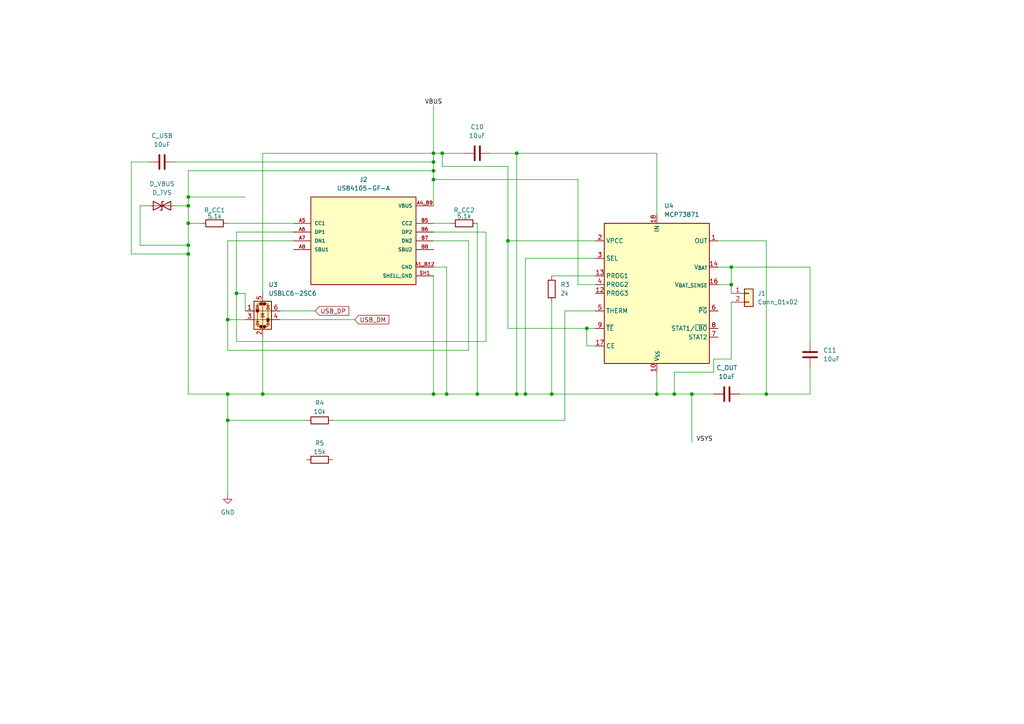
<source format=kicad_sch>
(kicad_sch (version 20250114) (generator "eeschema") (generator_version "9.0")
  (paper "A4")
  (lib_symbols
    (symbol "Battery_Management:MCP73871"
      (property "Reference" "U" (at -7.62 24.13 0))
      (property "Value" "MCP73871" (at -15.24 21.59 0))
      (symbol "MCP73871_0_1"
        (rectangle (start -15.24 20.32) (end 15.24 -20.32) (stroke (width 0.254)) (fill (type background)))
      )
      (symbol "MCP73871_1_1"
        (pin input line (at -17.78 15.24 0) (length 2.54) (name "VPCC") (number "2"))
        (pin input line (at -17.78 10.16 0) (length 2.54) (name "SEL") (number "3"))
        (pin bidirectional line (at -17.78 5.08 0) (length 2.54) (name "PROG1") (number "13"))
        (pin input line (at -17.78 2.54 0) (length 2.54) (name "PROG2") (number "4"))
        (pin bidirectional line (at -17.78 0 0) (length 2.54) (name "PROG3") (number "12"))
        (pin bidirectional line (at -17.78 -5.08 0) (length 2.54) (name "THERM") (number "5"))
        (pin input line (at -17.78 -10.16 0) (length 2.54) (name "~{TE}") (number "9"))
        (pin input line (at -17.78 -15.24 0) (length 2.54) (name "CE") (number "17"))
        (pin power_in line (at 0 22.86 270) (length 2.54) (name "IN") (number "18"))
        (pin passive line (at 0 22.86 270) (length 2.54) (hide yes) (name "IN") (number "19"))
        (pin power_in line (at 0 -22.86 90) (length 2.54) (name "V_{SS}") (number "10"))
        (pin passive line (at 0 -22.86 90) (length 2.54) (hide yes) (name "V_{SS}") (number "11"))
        (pin passive line (at 0 -22.86 90) (length 2.54) (hide yes) (name "V_{SS}") (number "21"))
        (pin power_out line (at 17.78 15.24 180) (length 2.54) (name "OUT") (number "1"))
        (pin passive line (at 17.78 15.24 180) (length 2.54) (hide yes) (name "OUT") (number "20"))
        (pin power_out line (at 17.78 7.62 180) (length 2.54) (name "V_{BAT}") (number "14"))
        (pin passive line (at 17.78 7.62 180) (length 2.54) (hide yes) (name "V_{BAT}") (number "15"))
        (pin input line (at 17.78 2.54 180) (length 2.54) (name "V_{BAT_SENSE}") (number "16"))
        (pin open_collector line (at 17.78 -5.08 180) (length 2.54) (name "~{PG}") (number "6"))
        (pin open_collector line (at 17.78 -10.16 180) (length 2.54) (name "STAT1/~{LBO}") (number "8"))
        (pin open_collector line (at 17.78 -12.7 180) (length 2.54) (name "STAT2") (number "7"))
      )
    )
    (symbol "Connector_Generic:Conn_01x02" (pin_names (offset 1.016) (hide yes))
      (property "Reference" "J" (at 0 2.54 0))
      (property "Value" "Conn_01x02" (at 0 -5.08 0))
      (symbol "Conn_01x02_1_1"
        (rectangle (start -1.27 1.27) (end 1.27 -3.81) (stroke (width 0.254)) (fill (type background)))
        (rectangle (start -1.27 0.127) (end 0 -0.127) (stroke (width 0.1524)))
        (rectangle (start -1.27 -2.413) (end 0 -2.667) (stroke (width 0.1524)))
        (pin passive line (at -5.08 0 0) (length 3.81) (name "Pin_1") (number "1"))
        (pin passive line (at -5.08 -2.54 0) (length 3.81) (name "Pin_2") (number "2"))
      )
    )
    (symbol "Device:C" (pin_numbers (hide yes)) (pin_names (offset 0.254))
      (property "Reference" "C" (at 0.635 2.54 0))
      (property "Value" "C" (at 0.635 -2.54 0))
      (symbol "C_0_1"
        (polyline (pts (xy -2.032 0.762) (xy 2.032 0.762)) (stroke (width 0.508)))
        (polyline (pts (xy -2.032 -0.762) (xy 2.032 -0.762)) (stroke (width 0.508)))
      )
      (symbol "C_1_1"
        (pin passive line (at 0 3.81 270) (length 2.794) (name "~") (number "1"))
        (pin passive line (at 0 -3.81 90) (length 2.794) (name "~") (number "2"))
      )
    )
    (symbol "Device:D_TVS" (pin_numbers (hide yes)) (pin_names (offset 1.016) (hide yes))
      (property "Reference" "D" (at 0 2.54 0))
      (property "Value" "D_TVS" (at 0 -2.54 0))
      (symbol "D_TVS_0_1"
        (polyline (pts (xy -2.54 1.27) (xy -2.54 -1.27) (xy 2.54 1.27) (xy 2.54 -1.27) (xy -2.54 1.27)) (stroke (width 0.254)))
        (polyline (pts (xy 0.508 1.27) (xy 0 1.27) (xy 0 -1.27) (xy -0.508 -1.27)) (stroke (width 0.254)))
        (polyline (pts (xy 1.27 0) (xy -1.27 0)))
      )
      (symbol "D_TVS_1_1"
        (pin passive line (at -3.81 0 0) (length 2.54) (name "A1") (number "1"))
        (pin passive line (at 3.81 0 180) (length 2.54) (name "A2") (number "2"))
      )
    )
    (symbol "Device:R" (pin_numbers (hide yes)) (pin_names (offset 0))
      (property "Reference" "R" (at 2.032 0 90))
      (property "Value" "R" (at 0 0 90))
      (symbol "R_0_1"
        (rectangle (start -1.016 -2.54) (end 1.016 2.54) (stroke (width 0.254)))
      )
      (symbol "R_1_1"
        (pin passive line (at 0 3.81 270) (length 1.27) (name "~") (number "1"))
        (pin passive line (at 0 -3.81 90) (length 1.27) (name "~") (number "2"))
      )
    )
    (symbol "Power_Protection:USBLC6-2SC6" (pin_names (hide yes))
      (property "Reference" "U" (at 0.635 5.715 0))
      (property "Value" "USBLC6-2SC6" (at 0.635 3.81 0))
      (symbol "USBLC6-2SC6_0_0"
        (circle (center -1.524 0) (radius 0.0001) (stroke (width 0.508)))
        (circle (center -0.508 2.032) (radius 0.0001) (stroke (width 0.508)))
        (circle (center -0.508 -4.572) (radius 0.0001) (stroke (width 0.508)))
        (circle (center 0.508 2.032) (radius 0.0001) (stroke (width 0.508)))
        (circle (center 0.508 -4.572) (radius 0.0001) (stroke (width 0.508)))
        (circle (center 1.524 -2.54) (radius 0.0001) (stroke (width 0.508)))
      )
      (symbol "USBLC6-2SC6_0_1"
        (polyline (pts (xy -2.54 0) (xy 2.54 0)))
        (polyline (pts (xy -2.54 -2.54) (xy 2.54 -2.54)))
        (polyline (pts (xy -2.032 0.508) (xy -1.016 0.508) (xy -1.524 1.524) (xy -2.032 0.508)))
        (polyline (pts (xy -2.032 -3.048) (xy -1.016 -3.048)))
        (polyline (pts (xy -1.016 1.524) (xy -2.032 1.524)))
        (polyline (pts (xy -1.016 -4.064) (xy -2.032 -4.064) (xy -1.524 -3.048) (xy -1.016 -4.064)))
        (polyline (pts (xy -0.508 -1.143) (xy -0.508 -0.762) (xy 0.508 -0.762)))
        (polyline (pts (xy 0 2.54) (xy -0.508 2.032) (xy 0.508 2.032) (xy 0 1.524) (xy 0 -4.064) (xy -0.508 -4.572) (xy 0.508 -4.572) (xy 0 -5.08)))
        (polyline (pts (xy 0.508 -1.778) (xy -0.508 -1.778) (xy 0 -0.762) (xy 0.508 -1.778)))
        (polyline (pts (xy 1.016 1.524) (xy 2.032 1.524)))
        (polyline (pts (xy 1.016 -3.048) (xy 2.032 -3.048)))
        (polyline (pts (xy 2.032 0.508) (xy 1.016 0.508) (xy 1.524 1.524) (xy 2.032 0.508)))
        (polyline (pts (xy 2.032 -4.064) (xy 1.016 -4.064) (xy 1.524 -3.048) (xy 2.032 -4.064)))
      )
      (symbol "USBLC6-2SC6_1_1"
        (rectangle (start -2.54 2.794) (end 2.54 -5.334) (stroke (width 0.254)) (fill (type background)))
        (polyline (pts (xy -0.508 2.032) (xy -1.524 2.032) (xy -1.524 -4.572) (xy -0.508 -4.572)))
        (polyline (pts (xy 0.508 -4.572) (xy 1.524 -4.572) (xy 1.524 2.032) (xy 0.508 2.032)))
        (pin passive line (at -5.08 0 0) (length 2.54) (name "I/O1") (number "1"))
        (pin passive line (at -5.08 -2.54 0) (length 2.54) (name "I/O2") (number "3"))
        (pin passive line (at 0 5.08 270) (length 2.54) (name "VBUS") (number "5"))
        (pin passive line (at 0 -7.62 90) (length 2.54) (name "GND") (number "2"))
        (pin passive line (at 5.08 0 180) (length 2.54) (name "I/O1") (number "6"))
        (pin passive line (at 5.08 -2.54 180) (length 2.54) (name "I/O2") (number "4"))
      )
    )
    (symbol "USB4105-GF-A:USB4105-GF-A" (pin_names (offset 1.016))
      (property "Reference" "J" (at -15.24 13.97 0))
      (property "Value" "USB4105-GF-A" (at -15.24 -15.24 0))
      (symbol "USB4105-GF-A_0_0"
        (rectangle (start -15.24 -12.7) (end 15.24 12.7) (stroke (width 0.254)) (fill (type background)))
        (pin bidirectional line (at -20.32 5.08 0) (length 5.08) (name "CC1") (number "A5"))
        (pin bidirectional line (at -20.32 2.54 0) (length 5.08) (name "DP1") (number "A6"))
        (pin bidirectional line (at -20.32 0 0) (length 5.08) (name "DN1") (number "A7"))
        (pin bidirectional line (at -20.32 -2.54 0) (length 5.08) (name "SBU1") (number "A8"))
        (pin power_in line (at 20.32 10.16 180) (length 5.08) (name "VBUS") (number "A4_B9"))
        (pin power_in line (at 20.32 10.16 180) (length 5.08) (hide yes) (name "VBUS") (number "B4_A9"))
        (pin bidirectional line (at 20.32 5.08 180) (length 5.08) (name "CC2") (number "B5"))
        (pin bidirectional line (at 20.32 2.54 180) (length 5.08) (name "DP2") (number "B6"))
        (pin bidirectional line (at 20.32 0 180) (length 5.08) (name "DN2") (number "B7"))
        (pin bidirectional line (at 20.32 -2.54 180) (length 5.08) (name "SBU2") (number "B8"))
        (pin power_in line (at 20.32 -7.62 180) (length 5.08) (name "GND") (number "A1_B12"))
        (pin power_in line (at 20.32 -7.62 180) (length 5.08) (hide yes) (name "GND") (number "B1_A12"))
        (pin power_in line (at 20.32 -10.16 180) (length 5.08) (name "SHELL_GND") (number "SH1"))
        (pin power_in line (at 20.32 -10.16 180) (length 5.08) (hide yes) (name "SHELL_GND") (number "SH2"))
        (pin power_in line (at 20.32 -10.16 180) (length 5.08) (hide yes) (name "SHELL_GND") (number "SH3"))
        (pin power_in line (at 20.32 -10.16 180) (length 5.08) (hide yes) (name "SHELL_GND") (number "SH4"))
      )
    )
    (symbol "power:GND" (power) (pin_numbers (hide yes)) (pin_names (offset 0) (hide yes))
      (property "Value" "GND" (at 0 -3.81 0))
      (symbol "GND_0_1"
        (polyline (pts (xy 0 0) (xy 0 -1.27) (xy 1.27 -1.27) (xy 0 -2.54) (xy -1.27 -1.27) (xy 0 -1.27)))
      )
      (symbol "GND_1_1"
        (pin power_in line (at 0 0 270) (length 0) (name "~") (number "1"))
      )
    )
  )
  (junction (at 138.43 114.3))
  (junction (at 222.25 114.3))
  (junction (at 66.04 121.92))
  (junction (at 212.09 77.47))
  (junction (at 200.66 114.3))
  (junction (at 125.73 114.3))
  (junction (at 170.18 95.25))
  (junction (at 149.86 114.3))
  (junction (at 54.61 57.15))
  (junction (at 54.61 73.66))
  (junction (at 152.4 114.3))
  (junction (at 54.61 59.69))
  (junction (at 190.5 114.3))
  (junction (at 66.04 92.71))
  (junction (at 129.54 114.3))
  (junction (at 66.04 114.3))
  (junction (at 195.58 114.3))
  (junction (at 54.61 71.12))
  (junction (at 125.73 52.07))
  (junction (at 149.86 44.45))
  (junction (at 125.73 46.99))
  (junction (at 128.27 44.45))
  (junction (at 125.73 44.45))
  (junction (at 125.73 49.53))
  (junction (at 76.2 114.3))
  (junction (at 54.61 64.77))
  (junction (at 212.09 82.55))
  (junction (at 68.58 85.09))
  (junction (at 160.02 114.3))
  (junction (at 147.32 69.85))
  (wire (pts (xy 147.32 95.25) (xy 147.32 69.85)))
  (wire (pts (xy 68.58 67.31) (xy 68.58 85.09)))
  (wire (pts (xy 68.58 85.09) (xy 71.12 85.09)))
  (wire (pts (xy 212.09 82.55) (xy 212.09 85.09)))
  (wire (pts (xy 50.8 59.69) (xy 54.61 59.69)))
  (wire (pts (xy 147.32 69.85) (xy 147.32 48.26)))
  (wire (pts (xy 140.97 67.31) (xy 140.97 99.06)))
  (wire (pts (xy 68.58 99.06) (xy 68.58 85.09)))
  (wire (pts (xy 190.5 62.23) (xy 190.5 44.45)))
  (wire (pts (xy 147.32 48.26) (xy 128.27 48.26)))
  (wire (pts (xy 212.09 104.14) (xy 212.09 87.63)))
  (wire (pts (xy 76.2 114.3) (xy 125.73 114.3)))
  (wire (pts (xy 149.86 114.3) (xy 152.4 114.3)))
  (wire (pts (xy 195.58 114.3) (xy 200.66 114.3)))
  (wire (pts (xy 172.72 95.25) (xy 170.18 95.25)))
  (wire (pts (xy 125.73 46.99) (xy 125.73 49.53)))
  (wire (pts (xy 170.18 100.33) (xy 170.18 95.25)))
  (wire (pts (xy 170.18 95.25) (xy 147.32 95.25)))
  (wire (pts (xy 234.95 77.47) (xy 234.95 99.06)))
  (wire (pts (xy 66.04 121.92) (xy 66.04 143.51)))
  (wire (pts (xy 71.12 85.09) (xy 71.12 90.17)))
  (wire (pts (xy 66.04 69.85) (xy 66.04 92.71)))
  (wire (pts (xy 200.66 114.3) (xy 207.01 114.3)))
  (wire (pts (xy 212.09 77.47) (xy 234.95 77.47)))
  (wire (pts (xy 54.61 49.53) (xy 125.73 49.53)))
  (wire (pts (xy 43.18 59.69) (xy 40.64 59.69)))
  (wire (pts (xy 160.02 114.3) (xy 190.5 114.3)))
  (wire (pts (xy 207.01 107.95) (xy 207.01 104.14)))
  (wire (pts (xy 54.61 59.69) (xy 54.61 57.15)))
  (wire (pts (xy 125.73 77.47) (xy 129.54 77.47)))
  (wire (pts (xy 125.73 69.85) (xy 135.89 69.85)))
  (wire (pts (xy 76.2 97.79) (xy 76.2 114.3)))
  (wire (pts (xy 167.64 82.55) (xy 167.64 52.07)))
  (wire (pts (xy 125.73 67.31) (xy 140.97 67.31)))
  (wire (pts (xy 149.86 44.45) (xy 149.86 114.3)))
  (wire (pts (xy 149.86 44.45) (xy 190.5 44.45)))
  (wire (pts (xy 234.95 114.3) (xy 234.95 106.68)))
  (wire (pts (xy 66.04 114.3) (xy 76.2 114.3)))
  (wire (pts (xy 172.72 90.17) (xy 163.83 90.17)))
  (wire (pts (xy 125.73 49.53) (xy 125.73 52.07)))
  (wire (pts (xy 152.4 74.93) (xy 152.4 114.3)))
  (wire (pts (xy 66.04 101.6) (xy 66.04 92.71)))
  (wire (pts (xy 54.61 64.77) (xy 54.61 71.12)))
  (wire (pts (xy 125.73 80.01) (xy 125.73 114.3)))
  (wire (pts (xy 54.61 59.69) (xy 54.61 64.77)))
  (wire (pts (xy 222.25 69.85) (xy 222.25 114.3)))
  (wire (pts (xy 222.25 114.3) (xy 234.95 114.3)))
  (wire (pts (xy 66.04 114.3) (xy 66.04 121.92)))
  (wire (pts (xy 208.28 69.85) (xy 222.25 69.85)))
  (wire (pts (xy 125.73 52.07) (xy 167.64 52.07)))
  (wire (pts (xy 76.2 44.45) (xy 125.73 44.45)))
  (wire (pts (xy 38.1 73.66) (xy 54.61 73.66)))
  (wire (pts (xy 66.04 92.71) (xy 71.12 92.71)))
  (wire (pts (xy 163.83 90.17) (xy 163.83 121.92)))
  (wire (pts (xy 129.54 77.47) (xy 129.54 114.3)))
  (wire (pts (xy 214.63 114.3) (xy 222.25 114.3)))
  (wire (pts (xy 172.72 74.93) (xy 152.4 74.93)))
  (wire (pts (xy 68.58 67.31) (xy 85.09 67.31)))
  (wire (pts (xy 129.54 114.3) (xy 138.43 114.3)))
  (wire (pts (xy 128.27 48.26) (xy 128.27 44.45)))
  (wire (pts (xy 43.18 46.99) (xy 38.1 46.99)))
  (wire (pts (xy 160.02 87.63) (xy 160.02 114.3)))
  (wire (pts (xy 138.43 114.3) (xy 149.86 114.3)))
  (wire (pts (xy 152.4 114.3) (xy 160.02 114.3)))
  (wire (pts (xy 40.64 59.69) (xy 40.64 71.12)))
  (wire (pts (xy 195.58 114.3) (xy 195.58 107.95)))
  (wire (pts (xy 138.43 64.77) (xy 138.43 114.3)))
  (wire (pts (xy 208.28 82.55) (xy 212.09 82.55)))
  (wire (pts (xy 200.66 128.27) (xy 200.66 114.3)))
  (wire (pts (xy 50.8 46.99) (xy 125.73 46.99)))
  (wire (pts (xy 135.89 101.6) (xy 66.04 101.6)))
  (wire (pts (xy 66.04 64.77) (xy 85.09 64.77)))
  (wire (pts (xy 125.73 30.48) (xy 125.73 44.45)))
  (wire (pts (xy 66.04 69.85) (xy 85.09 69.85)))
  (wire (pts (xy 81.28 92.71) (xy 102.87 92.71)))
  (wire (pts (xy 207.01 104.14) (xy 212.09 104.14)))
  (wire (pts (xy 125.73 64.77) (xy 130.81 64.77)))
  (wire (pts (xy 54.61 57.15) (xy 54.61 49.53)))
  (wire (pts (xy 54.61 71.12) (xy 54.61 73.66)))
  (wire (pts (xy 96.52 121.92) (xy 163.83 121.92)))
  (wire (pts (xy 58.42 64.77) (xy 54.61 64.77)))
  (wire (pts (xy 208.28 77.47) (xy 212.09 77.47)))
  (wire (pts (xy 160.02 80.01) (xy 172.72 80.01)))
  (wire (pts (xy 212.09 77.47) (xy 212.09 82.55)))
  (wire (pts (xy 54.61 73.66) (xy 54.61 114.3)))
  (wire (pts (xy 135.89 69.85) (xy 135.89 101.6)))
  (wire (pts (xy 190.5 107.95) (xy 190.5 114.3)))
  (wire (pts (xy 128.27 44.45) (xy 134.62 44.45)))
  (wire (pts (xy 88.9 121.92) (xy 66.04 121.92)))
  (wire (pts (xy 71.12 57.15) (xy 54.61 57.15)))
  (wire (pts (xy 125.73 44.45) (xy 128.27 44.45)))
  (wire (pts (xy 125.73 44.45) (xy 125.73 46.99)))
  (wire (pts (xy 81.28 90.17) (xy 91.44 90.17)))
  (wire (pts (xy 140.97 99.06) (xy 68.58 99.06)))
  (wire (pts (xy 190.5 114.3) (xy 195.58 114.3)))
  (wire (pts (xy 142.24 44.45) (xy 149.86 44.45)))
  (wire (pts (xy 76.2 85.09) (xy 76.2 44.45)))
  (wire (pts (xy 172.72 100.33) (xy 170.18 100.33)))
  (wire (pts (xy 125.73 114.3) (xy 129.54 114.3)))
  (wire (pts (xy 172.72 82.55) (xy 167.64 82.55)))
  (wire (pts (xy 195.58 107.95) (xy 207.01 107.95)))
  (wire (pts (xy 172.72 69.85) (xy 147.32 69.85)))
  (wire (pts (xy 54.61 114.3) (xy 66.04 114.3)))
  (wire (pts (xy 38.1 46.99) (xy 38.1 73.66)))
  (wire (pts (xy 40.64 71.12) (xy 54.61 71.12)))
  (wire (pts (xy 125.73 52.07) (xy 125.73 59.69)))
  (label "VSYS" (at 201.93 128.27 0))
  (label "VBUS" (at 123.19 30.48 0))
  (global_label "USB_DM" (shape input) (at 102.87 92.71 0) (property "Intersheetrefs" "${INTERSHEET_REFS}" (effects (hide yes))))
  (global_label "USB_DP" (shape input) (at 91.44 90.17 0) (property "Intersheetrefs" "${INTERSHEET_REFS}" (effects (hide yes))))
  (symbol (lib_id "Connector_Generic:Conn_01x02") (at 217.17 85.09 0) (unit 1)
    (property "Reference" "J1" (at 219.71 85.0899 0) (effects (justify left)))
    (property "Value" "Conn_01x02" (at 219.71 87.6299 0) (effects (justify left)))
    (property "Description" "Generic connector, single row, 01x02, script generated (kicad-library-utils/schlib/autogen/connector/)" (effects (hide yes)))
  )
  (symbol (lib_id "USB4105-GF-A:USB4105-GF-A") (at 105.41 69.85 0) (unit 1)
    (property "Reference" "J2" (at 105.41 52.07 0))
    (property "Value" "USB4105-GF-A" (at 105.41 54.61 0))
    (property "Footprint" "USB4105-GF-A:GCT_USB4105-GF-A" (effects (hide yes)))
    (property "MF" "GCT" (effects (hide yes)))
    (property "MAXIMUM_PACKAGE_HEIGHT" "3.31 mm" (effects (hide yes)))
    (property "Package" "None" (effects (hide yes)))
    (property "Price" "None" (effects (hide yes)))
    (property "Check_prices" "https://www.snapeda.com/parts/USB4105-GF-A/Global+Connector+Technology/view-part/?ref=eda" (effects (hide yes)))
    (property "STANDARD" "Manufacturer Recommendations" (effects (hide yes)))
    (property "PARTREV" "B4" (effects (hide yes)))
    (property "SnapEDA_Link" "https://www.snapeda.com/parts/USB4105-GF-A/Global+Connector+Technology/view-part/?ref=snap" (effects (hide yes)))
    (property "MP" "USB4105-GF-A" (effects (hide yes)))
    (property "Purchase-URL" "https://www.snapeda.com/api/url_track_click_mouser/?unipart_id=4423780&manufacturer=GCT&part_name=USB4105-GF-A&search_term=usb4105-gf-a" (effects (hide yes)))
    (property "Description_1" "USB-C (USB TYPE-C) USB 2.0 Receptacle Connector 24 (16+8 Dummy) Position Surface Mount, Right Angle; Through Hole" (effects (hide yes)))
    (property "Availability" "In Stock" (effects (hide yes)))
    (property "MANUFACTURER" "GCT" (effects (hide yes)))
  )
  (symbol (lib_id "Power_Protection:USBLC6-2SC6") (at 76.2 90.17 0) (unit 1)
    (property "Reference" "U3" (at 77.8511 82.55 0) (effects (justify left)))
    (property "Value" "USBLC6-2SC6" (at 77.8511 85.09 0) (effects (justify left)))
    (property "Footprint" "Package_TO_SOT_SMD:SOT-23-6" (effects (hide yes)))
    (property "Datasheet" "https://www.st.com/resource/en/datasheet/usblc6-2.pdf" (effects (hide yes)))
    (property "Description" "Very low capacitance ESD protection diode, 2 data-line, SOT-23-6" (effects (hide yes)))
  )
  (symbol (lib_id "Device:R") (at 92.71 133.35 90) (unit 1)
    (property "Reference" "R5" (at 92.71 128.524 90))
    (property "Value" "15k" (at 92.71 131.064 90))
    (property "Description" "Resistor" (effects (hide yes)))
  )
  (symbol (lib_id "Device:C") (at 210.82 114.3 90) (unit 1)
    (property "Reference" "C_OUT" (at 210.82 106.68 90))
    (property "Value" "10uF" (at 210.82 109.22 90))
    (property "Description" "Unpolarized capacitor" (effects (hide yes)))
  )
  (symbol (lib_id "power:GND") (at 66.04 143.51 0) (unit 1)
    (property "Reference" "#PWR03" (effects (hide yes)))
    (property "Value" "GND" (at 66.04 148.59 0))
    (property "Description" "Power symbol creates a global label with name \"GND\" , ground" (effects (hide yes)))
  )
  (symbol (lib_id "Device:R") (at 160.02 83.82 0) (unit 1)
    (property "Reference" "R3" (at 162.56 82.5499 0) (effects (justify left)))
    (property "Value" "2k" (at 162.56 85.0899 0) (effects (justify left)))
    (property "Description" "Resistor" (effects (hide yes)))
  )
  (symbol (lib_id "Device:C") (at 234.95 102.87 0) (unit 1)
    (property "Reference" "C11" (at 238.76 101.5999 0) (effects (justify left)))
    (property "Value" "10uF" (at 238.76 104.1399 0) (effects (justify left)))
    (property "Description" "Unpolarized capacitor" (effects (hide yes)))
  )
  (symbol (lib_id "Battery_Management:MCP73871") (at 190.5 85.09 0) (unit 1)
    (property "Reference" "U4" (at 192.6433 59.69 0) (effects (justify left)))
    (property "Value" "MCP73871" (at 192.6433 62.23 0) (effects (justify left)))
    (property "Footprint" "Package_DFN_QFN:QFN-20-1EP_4x4mm_P0.5mm_EP2.5x2.5mm" (effects (hide yes)))
    (property "Datasheet" "http://www.mouser.com/ds/2/268/22090a-52174.pdf" (effects (hide yes)))
    (property "Description" "Single cell, Li-Ion/Li-Po charge management controller" (effects (hide yes)))
  )
  (symbol (lib_id "Device:D_TVS") (at 46.99 59.69 0) (unit 1)
    (property "Reference" "D_VBUS" (at 46.99 53.34 0))
    (property "Value" "D_TVS" (at 46.99 55.88 0))
    (property "Description" "PESD5V0S1BL" (effects (hide yes)))
  )
  (symbol (lib_id "Device:R") (at 62.23 64.77 90) (unit 1)
    (property "Reference" "R_CC1" (at 62.23 60.96 90))
    (property "Value" "5.1k" (at 62.23 62.738 90))
    (property "Description" "Resistor" (effects (hide yes)))
  )
  (symbol (lib_id "Device:R") (at 92.71 121.92 90) (unit 1)
    (property "Reference" "R4" (at 92.71 116.84 90))
    (property "Value" "10k" (at 92.71 119.38 90))
    (property "Description" "Resistor" (effects (hide yes)))
  )
  (symbol (lib_id "Device:C") (at 138.43 44.45 90) (unit 1)
    (property "Reference" "C10" (at 138.43 36.83 90))
    (property "Value" "10uF" (at 138.43 39.37 90))
    (property "Description" "Unpolarized capacitor" (effects (hide yes)))
  )
  (symbol (lib_id "Device:R") (at 134.62 64.77 90) (unit 1)
    (property "Reference" "R_CC2" (at 134.62 60.96 90))
    (property "Value" "5.1k" (at 134.62 62.738 90))
    (property "Description" "Resistor" (effects (hide yes)))
  )
  (symbol (lib_id "Device:C") (at 46.99 46.99 90) (unit 1)
    (property "Reference" "C_USB" (at 46.99 39.37 90))
    (property "Value" "10uF" (at 46.99 41.91 90))
    (property "Description" "Unpolarized capacitor" (effects (hide yes)))
  )
)
</source>
